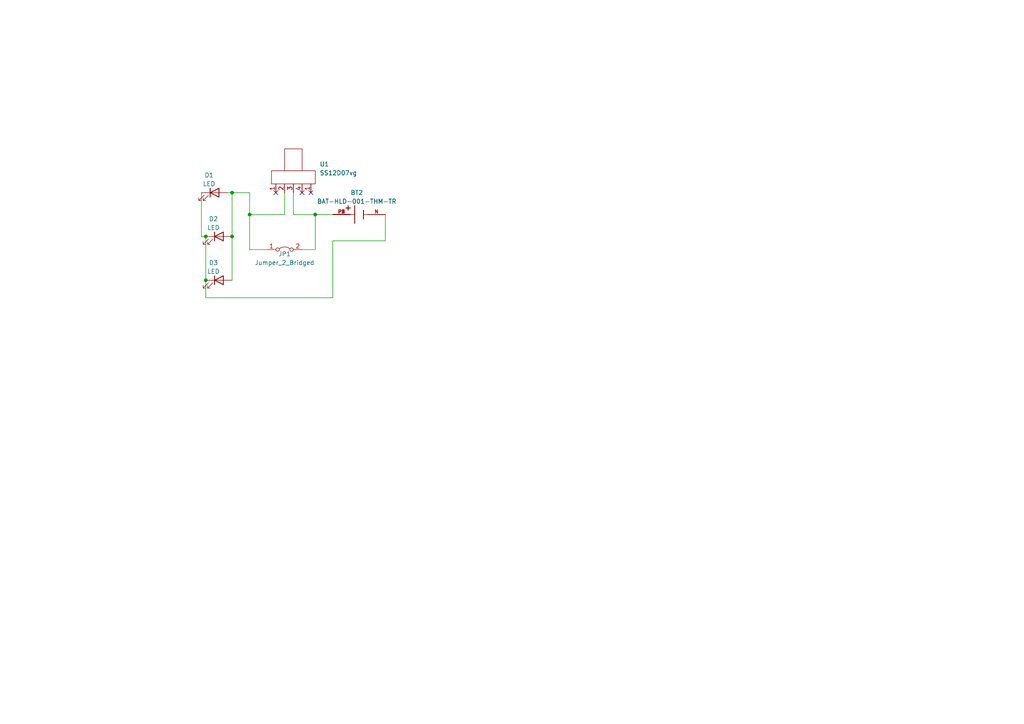
<source format=kicad_sch>
(kicad_sch (version 20230121) (generator eeschema)
  (paper "A4")
  (lib_symbols
    (symbol "BAT-HLD-001-THM-TR:BAT-HLD-001-THM-TR" (pin_names (offset 1.016))
      (property "Reference" "BT" (at -3.81 3.81 0))
      (property "Value" "BAT-HLD-001-THM-TR" (at -3.81 -5.08 0))
      (symbol "BAT-HLD-001-THM-TR_0_0"
        (polyline (pts (xy -3.81 1.905) (xy -2.54 1.905)) (stroke (width 0.254)))
        (polyline (pts (xy -3.175 2.54) (xy -3.175 1.27)) (stroke (width 0.254)))
        (polyline (pts (xy -1.27 0) (xy -2.54 0)) (stroke (width 0.1524)))
        (polyline (pts (xy -1.27 0) (xy -1.27 -2.54)) (stroke (width 0.254)))
        (polyline (pts (xy -1.27 2.54) (xy -1.27 0)) (stroke (width 0.254)))
        (polyline (pts (xy 1.27 0) (xy 1.27 -1.27)) (stroke (width 0.254)))
        (polyline (pts (xy 1.27 0) (xy 2.54 0)) (stroke (width 0.1524)))
        (polyline (pts (xy 1.27 1.27) (xy 1.27 0)) (stroke (width 0.254)))
        (pin passive line (at 7.62 0 180) (length 5.08) (name "~") (number "N"))
        (pin passive line (at -7.62 0 0) (length 5.08) (name "~") (number "P1"))
        (pin passive line (at -7.62 0 0) (length 5.08) (name "~") (number "P2"))
        (pin passive line (at -7.62 0 0) (length 5.08) (name "~") (number "P3"))
        (pin passive line (at -7.62 0 0) (length 5.08) (name "~") (number "P4"))
      )
    )
    (symbol "Device:LED" (pin_numbers hide) (pin_names (offset 1.016) hide)
      (property "Reference" "D" (at 0 2.54 0))
      (property "Value" "LED" (at 0 -2.54 0))
      (symbol "LED_0_1"
        (polyline (pts (xy -1.27 -1.27) (xy -1.27 1.27)) (stroke (width 0.254)))
        (polyline (pts (xy -1.27 0) (xy 1.27 0)))
        (polyline (pts (xy 1.27 -1.27) (xy 1.27 1.27) (xy -1.27 0) (xy 1.27 -1.27)) (stroke (width 0.254)))
        (polyline (pts (xy -3.048 -0.762) (xy -4.572 -2.286) (xy -3.81 -2.286) (xy -4.572 -2.286) (xy -4.572 -1.524)))
        (polyline (pts (xy -1.778 -0.762) (xy -3.302 -2.286) (xy -2.54 -2.286) (xy -3.302 -2.286) (xy -3.302 -1.524)))
      )
      (symbol "LED_1_1"
        (pin passive line (at -3.81 0 0) (length 2.54) (name "K") (number "1"))
        (pin passive line (at 3.81 0 180) (length 2.54) (name "A") (number "2"))
      )
    )
    (symbol "Jumper:Jumper_2_Bridged" (pin_names (offset 0) hide)
      (property "Reference" "JP" (at 0 1.905 0))
      (property "Value" "Jumper_2_Bridged" (at 0 -2.54 0))
      (symbol "Jumper_2_Bridged_0_0"
        (circle (center -2.032 0) (radius 0.508))
        (circle (center 2.032 0) (radius 0.508))
      )
      (symbol "Jumper_2_Bridged_0_1"
        (arc (start 1.524 0.254) (mid 0 0.762) (end -1.524 0.254))
      )
      (symbol "Jumper_2_Bridged_1_1"
        (pin passive line (at -5.08 0 0) (length 2.54) (name "A") (number "1"))
        (pin passive line (at 5.08 0 180) (length 2.54) (name "B") (number "2"))
      )
    )
    (symbol "ss12d07vg:ss12d07vg_switch"
      (property "Reference" "U" (at 6.35 3.81 0))
      (property "Value" "SS12D07vg" (at -1.27 10.16 0))
      (symbol "ss12d07vg_switch_0_1"
        (rectangle (start -5.08 -1.27) (end 7.62 2.54))
        (rectangle (start -1.27 2.54) (end 3.81 8.89))
      )
      (symbol "ss12d07vg_switch_1_1"
        (pin input line (at -3.81 -3.81 90) (length 2.54) (name "") (number "1"))
        (pin input line (at 6.35 -3.81 90) (length 2.54) (name "") (number "1"))
        (pin input line (at -1.27 -3.81 90) (length 2.54) (name "") (number "2"))
        (pin input line (at 1.27 -3.81 90) (length 2.54) (name "") (number "3"))
        (pin input line (at 3.81 -3.81 90) (length 2.54) (name "") (number "4"))
      )
    )
  )
  (junction (at 67.31 55.88))
  (junction (at 72.39 62.23))
  (junction (at 59.69 68.58))
  (junction (at 91.44 62.23))
  (junction (at 59.69 81.28))
  (junction (at 67.31 68.58))
  (no_connect (at 87.63 55.88))
  (no_connect (at 90.17 55.88))
  (no_connect (at 80.01 55.88))
  (wire (pts (xy 82.55 62.23) (xy 72.39 62.23)))
  (wire (pts (xy 72.39 55.88) (xy 67.31 55.88)))
  (wire (pts (xy 91.44 62.23) (xy 85.09 62.23)))
  (wire (pts (xy 67.31 55.88) (xy 66.04 55.88)))
  (wire (pts (xy 96.52 62.23) (xy 91.44 62.23)))
  (wire (pts (xy 87.63 72.39) (xy 91.44 72.39)))
  (wire (pts (xy 72.39 62.23) (xy 72.39 55.88)))
  (wire (pts (xy 96.52 86.36) (xy 59.69 86.36)))
  (wire (pts (xy 59.69 86.36) (xy 59.69 81.28)))
  (wire (pts (xy 91.44 72.39) (xy 91.44 62.23)))
  (wire (pts (xy 58.42 55.88) (xy 58.42 68.58)))
  (wire (pts (xy 59.69 68.58) (xy 59.69 81.28)))
  (wire (pts (xy 67.31 55.88) (xy 67.31 68.58)))
  (wire (pts (xy 77.47 72.39) (xy 72.39 72.39)))
  (wire (pts (xy 85.09 62.23) (xy 85.09 55.88)))
  (wire (pts (xy 82.55 55.88) (xy 82.55 62.23)))
  (wire (pts (xy 111.76 69.85) (xy 111.76 62.23)))
  (wire (pts (xy 67.31 68.58) (xy 67.31 81.28)))
  (wire (pts (xy 96.52 69.85) (xy 96.52 86.36)))
  (wire (pts (xy 96.52 69.85) (xy 111.76 69.85)))
  (wire (pts (xy 58.42 68.58) (xy 59.69 68.58)))
  (wire (pts (xy 72.39 72.39) (xy 72.39 62.23)))
  (symbol (lib_id "Jumper:Jumper_2_Bridged") (at 82.55 72.39 0) (unit 1)
    (property "Reference" "JP1" (at 82.55 73.66 0))
    (property "Value" "Jumper_2_Bridged" (at 82.55 76.2 0))
    (property "Footprint" "Jumper:SolderJumper-2_P1.3mm_Open_TrianglePad1.0x1.5mm" (effects hide))
  )
  (symbol (lib_id "Device:LED") (at 62.23 55.88 0) (unit 1)
    (property "Reference" "D1" (at 60.6425 50.8 0))
    (property "Value" "LED" (at 60.6425 53.34 0))
    (property "Footprint" "LED_THT:LED_D5.0mm" (effects hide))
  )
  (symbol (lib_id "ss12d07vg:ss12d07vg_switch") (at 83.82 52.07 0) (unit 1)
    (property "Reference" "U1" (at 92.71 47.625 0) (effects (justify left)))
    (property "Value" "SS12D07vg" (at 92.71 50.165 0) (effects (justify left)))
    (property "Footprint" "ss12d07vg:ss12d07vg" (effects hide))
  )
  (symbol (lib_id "Device:LED") (at 63.5 68.58 0) (unit 1)
    (property "Reference" "D2" (at 61.9125 63.5 0))
    (property "Value" "LED" (at 61.9125 66.04 0))
    (property "Footprint" "LED_THT:LED_D5.0mm" (effects hide))
  )
  (symbol (lib_id "BAT-HLD-001-THM-TR:BAT-HLD-001-THM-TR") (at 104.14 62.23 0) (unit 1)
    (property "Reference" "BT2" (at 103.4796 55.88 0))
    (property "Value" "BAT-HLD-001-THM-TR" (at 103.4796 58.42 0))
    (property "Footprint" "BAT-HLD-001-THM-TR:BAT_BAT-HLD-001-THM-TR" (effects hide))
    (property "PARTREV" "C" (effects hide))
    (property "STANDARD" "Manufacturer Recommendations" (effects hide))
    (property "MAXIMUM_PACKAGE_HEIGHT" "4.2mm" (effects hide))
    (property "MANUFACTURER" "Linx Technologies" (effects hide))
  )
  (symbol (lib_id "Device:LED") (at 63.5 81.28 0) (unit 1)
    (property "Reference" "D3" (at 61.9125 76.2 0))
    (property "Value" "LED" (at 61.9125 78.74 0))
    (property "Footprint" "LED_THT:LED_D5.0mm" (effects hide))
  )
)
</source>
